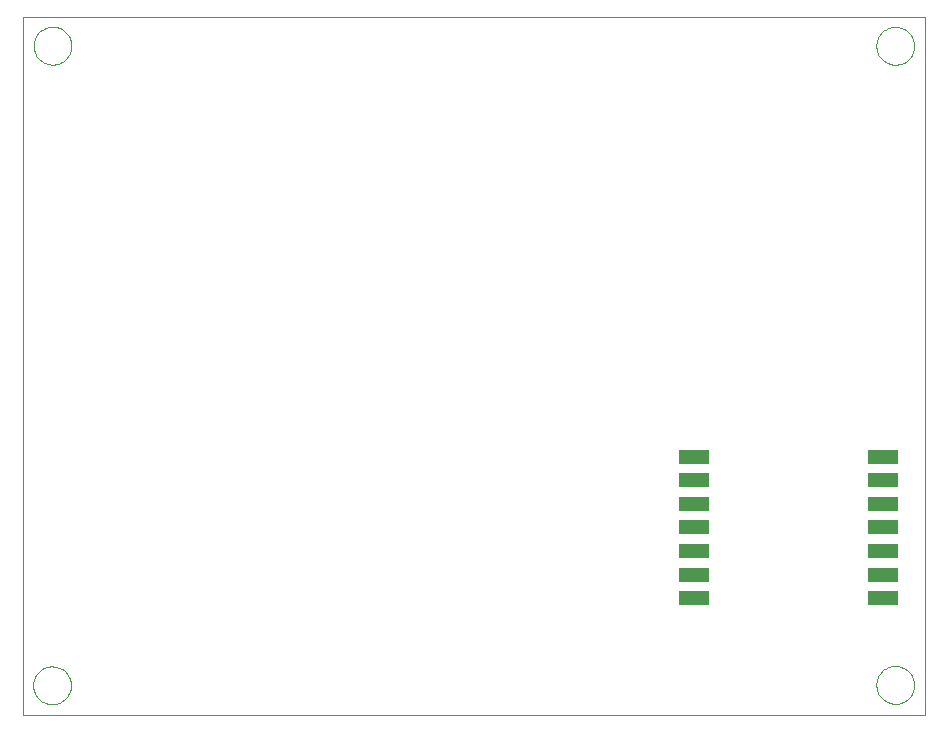
<source format=gtp>
G75*
%MOIN*%
%OFA0B0*%
%FSLAX24Y24*%
%IPPOS*%
%LPD*%
%AMOC8*
5,1,8,0,0,1.08239X$1,22.5*
%
%ADD10C,0.0000*%
%ADD11R,0.1000X0.0500*%
D10*
X001445Y001401D02*
X031517Y001402D01*
X031522Y024643D01*
X001457Y024645D01*
X001445Y001401D01*
X001796Y002375D02*
X001798Y002425D01*
X001804Y002475D01*
X001814Y002524D01*
X001828Y002572D01*
X001845Y002619D01*
X001866Y002664D01*
X001891Y002708D01*
X001919Y002749D01*
X001951Y002788D01*
X001985Y002825D01*
X002022Y002859D01*
X002062Y002889D01*
X002104Y002916D01*
X002148Y002940D01*
X002194Y002961D01*
X002241Y002977D01*
X002289Y002990D01*
X002339Y002999D01*
X002388Y003004D01*
X002439Y003005D01*
X002489Y003002D01*
X002538Y002995D01*
X002587Y002984D01*
X002635Y002969D01*
X002681Y002951D01*
X002726Y002929D01*
X002769Y002903D01*
X002810Y002874D01*
X002849Y002842D01*
X002885Y002807D01*
X002917Y002769D01*
X002947Y002729D01*
X002974Y002686D01*
X002997Y002642D01*
X003016Y002596D01*
X003032Y002548D01*
X003044Y002499D01*
X003052Y002450D01*
X003056Y002400D01*
X003056Y002350D01*
X003052Y002300D01*
X003044Y002251D01*
X003032Y002202D01*
X003016Y002154D01*
X002997Y002108D01*
X002974Y002064D01*
X002947Y002021D01*
X002917Y001981D01*
X002885Y001943D01*
X002849Y001908D01*
X002810Y001876D01*
X002769Y001847D01*
X002726Y001821D01*
X002681Y001799D01*
X002635Y001781D01*
X002587Y001766D01*
X002538Y001755D01*
X002489Y001748D01*
X002439Y001745D01*
X002388Y001746D01*
X002339Y001751D01*
X002289Y001760D01*
X002241Y001773D01*
X002194Y001789D01*
X002148Y001810D01*
X002104Y001834D01*
X002062Y001861D01*
X002022Y001891D01*
X001985Y001925D01*
X001951Y001962D01*
X001919Y002001D01*
X001891Y002042D01*
X001866Y002086D01*
X001845Y002131D01*
X001828Y002178D01*
X001814Y002226D01*
X001804Y002275D01*
X001798Y002325D01*
X001796Y002375D01*
X001813Y023694D02*
X001815Y023744D01*
X001821Y023794D01*
X001831Y023843D01*
X001845Y023891D01*
X001862Y023938D01*
X001883Y023983D01*
X001908Y024027D01*
X001936Y024068D01*
X001968Y024107D01*
X002002Y024144D01*
X002039Y024178D01*
X002079Y024208D01*
X002121Y024235D01*
X002165Y024259D01*
X002211Y024280D01*
X002258Y024296D01*
X002306Y024309D01*
X002356Y024318D01*
X002405Y024323D01*
X002456Y024324D01*
X002506Y024321D01*
X002555Y024314D01*
X002604Y024303D01*
X002652Y024288D01*
X002698Y024270D01*
X002743Y024248D01*
X002786Y024222D01*
X002827Y024193D01*
X002866Y024161D01*
X002902Y024126D01*
X002934Y024088D01*
X002964Y024048D01*
X002991Y024005D01*
X003014Y023961D01*
X003033Y023915D01*
X003049Y023867D01*
X003061Y023818D01*
X003069Y023769D01*
X003073Y023719D01*
X003073Y023669D01*
X003069Y023619D01*
X003061Y023570D01*
X003049Y023521D01*
X003033Y023473D01*
X003014Y023427D01*
X002991Y023383D01*
X002964Y023340D01*
X002934Y023300D01*
X002902Y023262D01*
X002866Y023227D01*
X002827Y023195D01*
X002786Y023166D01*
X002743Y023140D01*
X002698Y023118D01*
X002652Y023100D01*
X002604Y023085D01*
X002555Y023074D01*
X002506Y023067D01*
X002456Y023064D01*
X002405Y023065D01*
X002356Y023070D01*
X002306Y023079D01*
X002258Y023092D01*
X002211Y023108D01*
X002165Y023129D01*
X002121Y023153D01*
X002079Y023180D01*
X002039Y023210D01*
X002002Y023244D01*
X001968Y023281D01*
X001936Y023320D01*
X001908Y023361D01*
X001883Y023405D01*
X001862Y023450D01*
X001845Y023497D01*
X001831Y023545D01*
X001821Y023594D01*
X001815Y023644D01*
X001813Y023694D01*
X029905Y023690D02*
X029907Y023740D01*
X029913Y023790D01*
X029923Y023839D01*
X029937Y023887D01*
X029954Y023934D01*
X029975Y023979D01*
X030000Y024023D01*
X030028Y024064D01*
X030060Y024103D01*
X030094Y024140D01*
X030131Y024174D01*
X030171Y024204D01*
X030213Y024231D01*
X030257Y024255D01*
X030303Y024276D01*
X030350Y024292D01*
X030398Y024305D01*
X030448Y024314D01*
X030497Y024319D01*
X030548Y024320D01*
X030598Y024317D01*
X030647Y024310D01*
X030696Y024299D01*
X030744Y024284D01*
X030790Y024266D01*
X030835Y024244D01*
X030878Y024218D01*
X030919Y024189D01*
X030958Y024157D01*
X030994Y024122D01*
X031026Y024084D01*
X031056Y024044D01*
X031083Y024001D01*
X031106Y023957D01*
X031125Y023911D01*
X031141Y023863D01*
X031153Y023814D01*
X031161Y023765D01*
X031165Y023715D01*
X031165Y023665D01*
X031161Y023615D01*
X031153Y023566D01*
X031141Y023517D01*
X031125Y023469D01*
X031106Y023423D01*
X031083Y023379D01*
X031056Y023336D01*
X031026Y023296D01*
X030994Y023258D01*
X030958Y023223D01*
X030919Y023191D01*
X030878Y023162D01*
X030835Y023136D01*
X030790Y023114D01*
X030744Y023096D01*
X030696Y023081D01*
X030647Y023070D01*
X030598Y023063D01*
X030548Y023060D01*
X030497Y023061D01*
X030448Y023066D01*
X030398Y023075D01*
X030350Y023088D01*
X030303Y023104D01*
X030257Y023125D01*
X030213Y023149D01*
X030171Y023176D01*
X030131Y023206D01*
X030094Y023240D01*
X030060Y023277D01*
X030028Y023316D01*
X030000Y023357D01*
X029975Y023401D01*
X029954Y023446D01*
X029937Y023493D01*
X029923Y023541D01*
X029913Y023590D01*
X029907Y023640D01*
X029905Y023690D01*
X029902Y002389D02*
X029904Y002439D01*
X029910Y002489D01*
X029920Y002538D01*
X029934Y002586D01*
X029951Y002633D01*
X029972Y002678D01*
X029997Y002722D01*
X030025Y002763D01*
X030057Y002802D01*
X030091Y002839D01*
X030128Y002873D01*
X030168Y002903D01*
X030210Y002930D01*
X030254Y002954D01*
X030300Y002975D01*
X030347Y002991D01*
X030395Y003004D01*
X030445Y003013D01*
X030494Y003018D01*
X030545Y003019D01*
X030595Y003016D01*
X030644Y003009D01*
X030693Y002998D01*
X030741Y002983D01*
X030787Y002965D01*
X030832Y002943D01*
X030875Y002917D01*
X030916Y002888D01*
X030955Y002856D01*
X030991Y002821D01*
X031023Y002783D01*
X031053Y002743D01*
X031080Y002700D01*
X031103Y002656D01*
X031122Y002610D01*
X031138Y002562D01*
X031150Y002513D01*
X031158Y002464D01*
X031162Y002414D01*
X031162Y002364D01*
X031158Y002314D01*
X031150Y002265D01*
X031138Y002216D01*
X031122Y002168D01*
X031103Y002122D01*
X031080Y002078D01*
X031053Y002035D01*
X031023Y001995D01*
X030991Y001957D01*
X030955Y001922D01*
X030916Y001890D01*
X030875Y001861D01*
X030832Y001835D01*
X030787Y001813D01*
X030741Y001795D01*
X030693Y001780D01*
X030644Y001769D01*
X030595Y001762D01*
X030545Y001759D01*
X030494Y001760D01*
X030445Y001765D01*
X030395Y001774D01*
X030347Y001787D01*
X030300Y001803D01*
X030254Y001824D01*
X030210Y001848D01*
X030168Y001875D01*
X030128Y001905D01*
X030091Y001939D01*
X030057Y001976D01*
X030025Y002015D01*
X029997Y002056D01*
X029972Y002100D01*
X029951Y002145D01*
X029934Y002192D01*
X029920Y002240D01*
X029910Y002289D01*
X029904Y002339D01*
X029902Y002389D01*
D11*
X030110Y005275D03*
X030110Y006062D03*
X030110Y006850D03*
X030110Y007637D03*
X030110Y008425D03*
X030110Y009212D03*
X030110Y009999D03*
X023811Y009999D03*
X023811Y009212D03*
X023811Y008425D03*
X023811Y007637D03*
X023811Y006850D03*
X023811Y006062D03*
X023811Y005275D03*
M02*

</source>
